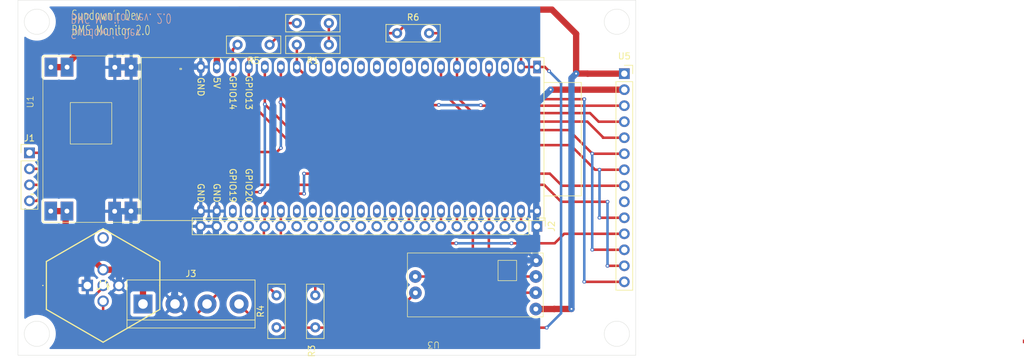
<source format=kicad_pcb>
(kicad_pcb (version 20240108) (generator "pcbnew") (generator_version "8.0")
  (layers (0 "F.Cu" signal) (31 "B.Cu" signal) (34 "B.Paste" user) (35 "F.Paste" user) (36 "B.SilkS" user "B.Silkscreen") (37 "F.SilkS" user "F.Silkscreen") (38 "B.Mask" user) (39 "F.Mask" user) (44 "Edge.Cuts" user))
  (net 0 "")
  (net 1 "CAN_H")
  (net 2 "GND")
  (net 3 "+12V")
  (net 4 "CAN_L")
  (net 5 "LCD_MISO")
  (net 6 "T_CS")
  (net 8 "+3V3")
  (net 10 "+5V")
  (net 11 "RST")
  (net 13 "MTMS")
  (net 14 "LCD_MOSI")
  (net 18 "Backlight")
  (net 19 "LCD_RESET")
  (net 22 "T_IRQ")
  (net 23 "Net-(J2-Pin_2)")
  (net 27 "LCD_CS")
  (net 29 "CAN_TX")
  (net 30 "LCD_CLK")
  (net 31 "MTDI")
  (net 32 "Net-(J2-Pin_3)")
  (net 34 "MTDO")
  (net 37 "LCD_DC{slash}RS")
  (net 38 "CAN_RX")
  (net 41 "SD_CS")
  (net 42 "MTCK")
  (net 47 "BOOT")
  (net 50 "3col_LED")
  (footprint "Private:DC-DC-2365-Module" (layer "F.Cu") (at 109.5756 85.217 90)
    (property "Reference" "U1" (at 5.93 -9.6246 90) (layer "F.SilkS") (effects (font (thickness 0.1))))
    (property "Value" "2365-DC-DC module")
    (fp_rect (start -8.6614 -9.0424) (end -8.8138 -9.525) (stroke (width 0.1)) (fill none) (layer "F.SilkS"))
    (fp_rect (start 5.8166 3.302) (end -0.762 -3.2766) (stroke (width 0.1)) (fill none) (layer "F.SilkS"))
    (fp_rect (start 13.208 7.62) (end -13.1826 -7.62) (stroke (width 0.1)) (fill none) (layer "F.SilkS"))
    (fp_rect (start 11.2522 14.3764) (end 11.049 14.097) (stroke (width 0.1)) (fill none) (layer "F.SilkS"))
    (pad "1" thru_hole custom (at -11.4046 -6.3754 90) (size 3 2) (drill 0.762) (layers "*.Cu" "*.Mask") (net 3 "+12V") (options (clearance outline) (anchor rect)) (primitives))
    (pad "2" thru_hole custom (at -11.4046 -3.81 90) (size 3 2) (drill 0.762) (layers "*.Cu" "*.Mask") (net 3 "+12V") (options (clearance outline) (anchor rect)) (primitives))
    (pad "3" thru_hole custom (at -11.43 3.7592 90) (size 3 2) (drill 0.762) (layers "*.Cu" "*.Mask") (net 2 "GND") (options (clearance outline) (anchor rect)) (primitives))
    (pad "4" thru_hole custom (at -11.4046 6.35 90) (size 3 2) (drill 0.762) (layers "*.Cu" "*.Mask") (net 2 "GND") (options (clearance outline) (anchor rect)) (primitives))
    (pad "5" thru_hole custom (at 11.43 6.3754 90) (size 3 2) (drill 0.762) (layers "*.Cu" "*.Mask") (net 2 "GND") (options (clearance outline) (anchor rect)) (primitives))
    (pad "6" thru_hole custom (at 11.4046 3.7846 90) (size 3 2) (drill 0.762) (layers "*.Cu" "*.Mask") (net 2 "GND") (options (clearance outline) (anchor rect)) (primitives))
    (pad "7" thru_hole custom (at 11.43 -3.7846 90) (size 3 2) (drill 0.762) (layers "*.Cu" "*.Mask") (net 10 "+5V") (options (clearance outline) (anchor rect)) (primitives))
    (pad "8" thru_hole custom (at 11.43 -6.35 90) (size 3 2) (drill 0.762) (layers "*.Cu" "*.Mask") (net 10 "+5V") (options (clearance outline) (anchor rect)) (primitives))
  )
  (footprint "Connector_PinHeader_2.54mm:PinHeader_1x04_P2.54mm_Vertical" (layer "F.Cu") (at 99.822 87.376)
    (property "Reference" "J1" (at 0 -2.33 0) (layer "F.SilkS"))
    (property "Value" "Conn_01x04")
    (fp_line (start -1.33 -1.33) (end 0 -1.33) (stroke (width 0.12)) (layer "F.SilkS"))
    (fp_line (start -1.33 0) (end -1.33 -1.33) (stroke (width 0.12)) (layer "F.SilkS"))
    (fp_line (start -1.33 1.27) (end -1.33 8.95) (stroke (width 0.12)) (layer "F.SilkS"))
    (fp_line (start -1.33 1.27) (end 1.33 1.27) (stroke (width 0.12)) (layer "F.SilkS"))
    (fp_line (start -1.33 8.95) (end 1.33 8.95) (stroke (width 0.12)) (layer "F.SilkS"))
    (fp_line (start 1.33 1.27) (end 1.33 8.95) (stroke (width 0.12)) (layer "F.SilkS"))
    (pad "1" thru_hole rect (at 0 0) (size 1.7 1.7) (drill 1) (layers "*.Cu" "*.Mask") (net 41 "SD_CS"))
    (pad "2" thru_hole oval (at 0 2.54) (size 1.7 1.7) (drill 1) (layers "*.Cu" "*.Mask") (net 14 "LCD_MOSI"))
    (pad "3" thru_hole oval (at 0 5.08) (size 1.7 1.7) (drill 1) (layers "*.Cu" "*.Mask") (net 5 "LCD_MISO"))
    (pad "4" thru_hole oval (at 0 7.62) (size 1.7 1.7) (drill 1) (layers "*.Cu" "*.Mask") (net 30 "LCD_CLK"))
  )
  (footprint "Resistor_THT:R_Box_L8.4mm_W2.5mm_P5.08mm" (layer "F.Cu") (at 147.315 66.802 180)
    (property "Reference" "R2" (hide yes))
    (property "Value" "10K")
    (fp_line (start 6.85 -1.39) (end 6.85 1.39) (stroke (width 0.12)) (layer "F.SilkS"))
    (fp_line (start -1.77 1.39) (end 6.85 1.39) (stroke (width 0.12)) (layer "F.SilkS"))
    (fp_line (start -1.77 -1.39) (end 6.85 -1.39) (stroke (width 0.12)) (layer "F.SilkS"))
    (fp_line (start -1.77 -1.39) (end -1.77 1.39) (stroke (width 0.12)) (layer "F.SilkS"))
    (pad "1" thru_hole circle (at 0 0 180) (size 1.6 1.6) (drill 0.8) (layers "*.Cu" "*.Mask") (net 8 "+3V3"))
    (pad "2" thru_hole circle (at 5.08 0 180) (size 1.6 1.6) (drill 0.8) (layers "*.Cu" "*.Mask") (net 5 "LCD_MISO"))
  )
  (footprint "Connector_PinSocket_2.54mm:PinSocket_1x14_P2.54mm_Vertical" (layer "F.Cu") (at 194.183 74.82)
    (property "Reference" "U5" (at 0 -2.77 0) (layer "F.SilkS"))
    (property "Value" "LCD_3.5_TFT_SPI_480x320")
    (fp_line (start -1.33 1.27) (end -1.33 34.35) (stroke (width 0.12)) (layer "F.SilkS"))
    (fp_line (start -1.33 1.27) (end 1.33 1.27) (stroke (width 0.12)) (layer "F.SilkS"))
    (fp_line (start -1.33 34.35) (end 1.33 34.35) (stroke (width 0.12)) (layer "F.SilkS"))
    (fp_line (start 0 -1.33) (end 1.33 -1.33) (stroke (width 0.12)) (layer "F.SilkS"))
    (fp_line (start 1.33 -1.33) (end 1.33 0) (stroke (width 0.12)) (layer "F.SilkS"))
    (fp_line (start 1.33 1.27) (end 1.33 34.35) (stroke (width 0.12)) (layer "F.SilkS"))
    (pad "1" thru_hole rect (at 0 0) (size 1.7 1.7) (drill 1) (layers "*.Cu" "*.Mask") (net 10 "+5V"))
    (pad "2" thru_hole oval (at 0 2.54) (size 1.7 1.7) (drill 1) (layers "*.Cu" "*.Mask") (net 2 "GND"))
    (pad "3" thru_hole oval (at 0 5.08) (size 1.7 1.7) (drill 1) (layers "*.Cu" "*.Mask") (net 27 "LCD_CS"))
    (pad "4" thru_hole oval (at 0 7.62) (size 1.7 1.7) (drill 1) (layers "*.Cu" "*.Mask") (net 19 "LCD_RESET"))
    (pad "5" thru_hole oval (at 0 10.16) (size 1.7 1.7) (drill 1) (layers "*.Cu" "*.Mask") (net 37 "LCD_DC{slash}RS"))
    (pad "6" thru_hole oval (at 0 12.7) (size 1.7 1.7) (drill 1) (layers "*.Cu" "*.Mask") (net 14 "LCD_MOSI"))
    (pad "7" thru_hole oval (at 0 15.24) (size 1.7 1.7) (drill 1) (layers "*.Cu" "*.Mask") (net 30 "LCD_CLK"))
    (pad "8" thru_hole oval (at 0 17.78) (size 1.7 1.7) (drill 1) (layers "*.Cu" "*.Mask") (net 18 "Backlight"))
    (pad "9" thru_hole oval (at 0 20.32) (size 1.7 1.7) (drill 1) (layers "*.Cu" "*.Mask"))
    (pad "10" thru_hole oval (at 0 22.86) (size 1.7 1.7) (drill 1) (layers "*.Cu" "*.Mask") (net 30 "LCD_CLK"))
    (pad "11" thru_hole oval (at 0 25.4) (size 1.7 1.7) (drill 1) (layers "*.Cu" "*.Mask") (net 6 "T_CS"))
    (pad "12" thru_hole oval (at 0 27.94) (size 1.7 1.7) (drill 1) (layers "*.Cu" "*.Mask") (net 14 "LCD_MOSI"))
    (pad "13" thru_hole oval (at 0 30.48) (size 1.7 1.7) (drill 1) (layers "*.Cu" "*.Mask") (net 5 "LCD_MISO"))
    (pad "14" thru_hole oval (at 0 33.02) (size 1.7 1.7) (drill 1) (layers "*.Cu" "*.Mask") (net 22 "T_IRQ"))
  )
  (footprint "Resistor_THT:R_Box_L8.4mm_W2.5mm_P5.08mm" (layer "F.Cu") (at 158.1404 68.4022)
    (property "Reference" "R6" (at 2.54 -2.52 0) (layer "F.SilkS"))
    (property "Value" "10K")
    (fp_line (start -1.77 -1.39) (end -1.77 1.39) (stroke (width 0.12)) (layer "F.SilkS"))
    (fp_line (start -1.77 -1.39) (end 6.85 -1.39) (stroke (width 0.12)) (layer "F.SilkS"))
    (fp_line (start -1.77 1.39) (end 6.85 1.39) (stroke (width 0.12)) (layer "F.SilkS"))
    (fp_line (start 6.85 -1.39) (end 6.85 1.39) (stroke (width 0.12)) (layer "F.SilkS"))
    (pad "1" thru_hole circle (at 0 0) (size 1.6 1.6) (drill 0.8) (layers "*.Cu" "*.Mask") (net 8 "+3V3"))
    (pad "2" thru_hole circle (at 5.08 0) (size 1.6 1.6) (drill 0.8) (layers "*.Cu" "*.Mask") (net 19 "LCD_RESET"))
  )
  (footprint "Resistor_THT:R_Box_L8.4mm_W2.5mm_P5.08mm" (layer "F.Cu") (at 145.161 115.062 90)
    (property "Reference" "R3" (at -3.7642 -0.5588 90) (layer "F.SilkS"))
    (property "Value" "10K")
    (fp_line (start 6.85 -1.39) (end 6.85 1.39) (stroke (width 0.12)) (layer "F.SilkS"))
    (fp_line (start -1.77 -1.39) (end 6.85 -1.39) (stroke (width 0.12)) (layer "F.SilkS"))
    (fp_line (start -1.77 -1.39) (end -1.77 1.39) (stroke (width 0.12)) (layer "F.SilkS"))
    (fp_line (start -1.77 1.39) (end 6.85 1.39) (stroke (width 0.12)) (layer "F.SilkS"))
    (pad "1" thru_hole circle (at 0 0 90) (size 1.6 1.6) (drill 0.8) (layers "*.Cu" "*.Mask") (net 8 "+3V3"))
    (pad "2" thru_hole circle (at 5.08 0 90) (size 1.6 1.6) (drill 0.8) (layers "*.Cu" "*.Mask") (net 6 "T_CS"))
  )
  (footprint "Connector_PinHeader_2.54mm:PinHeader_1x22_P2.54mm_Vertical" (layer "F.Cu") (at 180.3146 99.0346 -90)
    (property "Reference" "J2" (at 0 -2.33 90) (layer "F.SilkS"))
    (property "Value" "Conn_01x22")
    (fp_line (start -1.33 54.67) (end 1.33 54.67) (stroke (width 0.12)) (layer "F.SilkS"))
    (fp_line (start -1.33 1.27) (end -1.33 54.67) (stroke (width 0.12)) (layer "F.SilkS"))
    (fp_line (start -1.33 1.27) (end 1.33 1.27) (stroke (width 0.12)) (layer "F.SilkS"))
    (fp_line (start 1.33 1.27) (end 1.33 54.67) (stroke (width 0.12)) (layer "F.SilkS"))
    (fp_line (start -1.33 0) (end -1.33 -1.33) (stroke (width 0.12)) (layer "F.SilkS"))
    (fp_line (start -1.33 -1.33) (end 0 -1.33) (stroke (width 0.12)) (layer "F.SilkS"))
    (pad "1" thru_hole rect (at 0 0 270) (size 1.7 1.7) (drill 1) (layers "*.Cu" "*.Mask") (net 2 "GND"))
    (pad "2" thru_hole oval (at 0 2.54 270) (size 1.7 1.7) (drill 1) (layers "*.Cu" "*.Mask") (net 23 "Net-(J2-Pin_2)"))
    (pad "3" thru_hole oval (at 0 5.08 270) (size 1.7 1.7) (drill 1) (layers "*.Cu" "*.Mask") (net 32 "Net-(J2-Pin_3)"))
    (pad "4" thru_hole oval (at 0 7.62 270) (size 1.7 1.7) (drill 1) (layers "*.Cu" "*.Mask") (net 38 "CAN_RX"))
    (pad "5" thru_hole oval (at 0 10.16 270) (size 1.7 1.7) (drill 1) (layers "*.Cu" "*.Mask") (net 29 "CAN_TX"))
    (pad "6" thru_hole oval (at 0 12.7 270) (size 1.7 1.7) (drill 1) (layers "*.Cu" "*.Mask") (net 13 "MTMS"))
    (pad "7" thru_hole oval (at 0 15.24 270) (size 1.7 1.7) (drill 1) (layers "*.Cu" "*.Mask") (net 31 "MTDI"))
    (pad "8" thru_hole oval (at 0 17.78 270) (size 1.7 1.7) (drill 1) (layers "*.Cu" "*.Mask") (net 34 "MTDO"))
    (pad "9" thru_hole oval (at 0 20.32 270) (size 1.7 1.7) (drill 1) (layers "*.Cu" "*.Mask") (net 42 "MTCK"))
    (pad "10" thru_hole oval (at 0 22.86 270) (size 1.7 1.7) (drill 1) (layers "*.Cu" "*.Mask") (net 50 "3col_LED"))
    (pad "11" thru_hole oval (at 0 25.4 270) (size 1.7 1.7) (drill 1) (layers "*.Cu" "*.Mask"))
    (pad "12" thru_hole oval (at 0 27.94 270) (size 1.7 1.7) (drill 1) (layers "*.Cu" "*.Mask"))
    (pad "13" thru_hole oval (at 0 30.48 270) (size 1.7 1.7) (drill 1) (layers "*.Cu" "*.Mask"))
    (pad "14" thru_hole oval (at 0 33.02 270) (size 1.7 1.7) (drill 1) (layers "*.Cu" "*.Mask"))
    (pad "15" thru_hole oval (at 0 35.56 270) (size 1.7 1.7) (drill 1) (layers "*.Cu" "*.Mask"))
    (pad "16" thru_hole oval (at 0 38.1 270) (size 1.7 1.7) (drill 1) (layers "*.Cu" "*.Mask"))
    (pad "17" thru_hole oval (at 0 40.64 270) (size 1.7 1.7) (drill 1) (layers "*.Cu" "*.Mask") (net 6 "T_CS"))
    (pad "18" thru_hole oval (at 0 43.18 270) (size 1.7 1.7) (drill 1) (layers "*.Cu" "*.Mask") (net 18 "Backlight"))
    (pad "19" thru_hole oval (at 0 45.72 270) (size 1.7 1.7) (drill 1) (layers "*.Cu" "*.Mask"))
    (pad "20" thru_hole oval (at 0 48.26 270) (size 1.7 1.7) (drill 1) (layers "*.Cu" "*.Mask"))
    (pad "21" thru_hole oval (at 0 50.8 270) (size 1.7 1.7) (drill 1) (layers "*.Cu" "*.Mask") (net 2 "GND"))
    (pad "22" thru_hole oval (at 0 53.34 270) (size 1.7 1.7) (drill 1) (layers "*.Cu" "*.Mask") (net 2 "GND"))
  )
  (footprint "KiCad:MI5K101400A005" (layer "F.Cu") (at 109.006 108.418 180)
    (property "Reference" "J4" (at -2.5 0 0) (layer "F.SilkS") (effects (font (size 1.27 1.27) (thickness 0.254))))
    (property "Value" "MI5K101-400-A0-05" (hide yes))
    (fp_line (start 7.1 0) (end 7.1 0) (stroke (width 0.1)) (layer "F.SilkS"))
    (fp_line (start 7 0) (end 7 0) (stroke (width 0.1)) (layer "F.SilkS"))
    (fp_line (start 6.5 3.8) (end 6.5 -3.8) (stroke (width 0.2)) (layer "F.SilkS"))
    (fp_line (start 6.5 -3.8) (end -2.5 -9) (stroke (width 0.2)) (layer "F.SilkS"))
    (fp_line (start -2.5 9) (end 6.5 3.8) (stroke (width 0.2)) (layer "F.SilkS"))
    (fp_line (start -2.5 -9) (end -11.5 -3.8) (stroke (width 0.2)) (layer "F.SilkS"))
    (fp_line (start -11.5 3.8) (end -2.5 9) (stroke (width 0.2)) (layer "F.SilkS"))
    (fp_line (start -11.5 0) (end -11.5 3.8) (stroke (width 0.2)) (layer "F.SilkS"))
    (fp_line (start -11.5 -3.8) (end -11.5 0) (stroke (width 0.2)) (layer "F.SilkS"))
    (fp_arc (start 7.1 0) (mid 7.05 0.05) (end 7 0) (stroke (width 0.1)) (layer "F.SilkS"))
    (fp_arc (start 7 0) (mid 7.05 -0.05) (end 7.1 0) (stroke (width 0.1)) (layer "F.SilkS"))
    (pad "1" thru_hole rect (at 0 0 180) (size 1.8 1.8) (drill 1.2) (layers "*.Cu" "*.Mask") (net 2 "GND"))
    (pad "2" thru_hole circle (at -2.5 2.5 180) (size 1.8 1.8) (drill 1.2) (layers "*.Cu" "*.Mask") (net 3 "+12V"))
    (pad "3" thru_hole circle (at -5 0 180) (size 1.8 1.8) (drill 1.2) (layers "*.Cu" "*.Mask") (net 2 "GND"))
    (pad "4" thru_hole circle (at -2.5 -2.5 180) (size 1.8 1.8) (drill 1.2) (layers "*.Cu" "*.Mask") (net 1 "CAN_H"))
    (pad "5" thru_hole circle (at -2.5 0 180) (size 1.8 1.8) (drill 1.2) (layers "*.Cu" "*.Mask") (net 4 "CAN_L"))
    (pad "6" thru_hole circle (at -2.5 7.55 180) (size 1.8 1.8) (drill 1.2) (layers "*.Cu" "*.Mask"))
  )
  (footprint "TerminalBlock:TerminalBlock_bornier-4_P5.08mm" (layer "F.Cu") (at 117.8306 111.3536)
    (property "Reference" "J3" (at 7.6 -4.8 0) (layer "F.SilkS"))
    (property "Value" "Conn_01x04")
    (fp_line (start -2.54 -3.81) (end -2.54 3.81) (stroke (width 0.12)) (layer "F.SilkS"))
    (fp_line (start -2.54 -3.81) (end 17.78 -3.81) (stroke (width 0.12)) (layer "F.SilkS"))
    (fp_line (start -2.54 3.81) (end 17.78 3.81) (stroke (width 0.12)) (layer "F.SilkS"))
    (fp_line (start 17.78 2.54) (end -2.54 2.54) (stroke (width 0.12)) (layer "F.SilkS"))
    (fp_line (start 17.78 3.81) (end 17.78 -3.81) (stroke (width 0.12)) (layer "F.SilkS"))
    (pad "1" thru_hole rect (at 0 0) (size 3 3) (drill 1.52) (layers "*.Cu" "*.Mask") (net 3 "+12V"))
    (pad "2" thru_hole circle (at 5.08 0) (size 3 3) (drill 1.52) (layers "*.Cu" "*.Mask") (net 2 "GND"))
    (pad "3" thru_hole circle (at 10.16 0) (size 3 3) (drill 1.52) (layers "*.Cu" "*.Mask") (net 1 "CAN_H"))
    (pad "4" thru_hole circle (at 15.24 0) (size 3 3) (drill 1.52) (layers "*.Cu" "*.Mask") (net 4 "CAN_L"))
  )
  (footprint "PCM_Espressif:ESP32-S3-DevKitC" (layer "F.Cu") (at 180.34 73.7616 -90)
    (property "Reference" "U2" (hide yes))
    (property "Value" "ESP32-S3-DevKitC" (hide yes))
    (fp_line (start -1.5 62.79728) (end 24.359999 62.79728) (stroke (width 0.12)) (layer "F.SilkS"))
    (fp_line (start 24.359999 62.79728) (end 24.36 -1.1) (stroke (width 0.12)) (layer "F.SilkS"))
    (fp_line (start -1.499999 -1.1) (end -1.5 62.79728) (stroke (width 0.12)) (layer "F.SilkS"))
    (fp_line (start 24.36 -1.1) (end -1.499999 -1.1) (stroke (width 0.12)) (layer "F.SilkS"))
    (fp_line (start 2.46012 -1.12032) (end 2.46012 -7.01312) (stroke (width 0.12)) (layer "F.SilkS"))
    (fp_line (start 2.46012 -7.01312) (end 20.44332 -7.01312) (stroke (width 0.12)) (layer "F.SilkS"))
    (fp_line (start 20.44332 -7.01312) (end 20.44332 -1.12032) (stroke (width 0.12)) (layer "F.SilkS"))
    (fp_text user "GPIO13" (at 1.27 45.72 -90) (layer "F.SilkS") (effects (justify left)))
    (fp_text user "GPIO20" (at 21.59 45.72 -90) (layer "F.SilkS") (effects (justify right)))
    (fp_text user "5V" (at 1.52032 50.79728 -90) (layer "F.SilkS") (effects (justify left)))
    (fp_text user "GND" (at 21.59 53.34 -90) (layer "F.SilkS") (effects (justify right)))
    (fp_text user "GND" (at 21.59 50.8 -90) (layer "F.SilkS") (effects (justify right)))
    (fp_text user "GPIO19" (at 21.59 48.26 -90) (layer "F.SilkS") (effects (justify right)))
    (fp_text user "GPIO14" (at 1.27 48.26 -90) (layer "F.SilkS") (effects (justify left)))
    (fp_text user "GND" (at 1.52032 53.33728 -90) (layer "F.SilkS") (effects (justify left)))
    (pad "1" thru_hole rect (at 0 0 180) (size 1.2 2) (drill 0.8) (layers "*.Cu" "*.Mask") (net 8 "+3V3"))
    (pad "2" thru_hole oval (at 0 2.54 180) (size 1.2 2) (drill 0.8) (layers "*.Cu" "*.Mask") (net 8 "+3V3"))
    (pad "3" thru_hole oval (at 0 5.08 180) (size 1.2 2) (drill 0.8) (layers "*.Cu" "*.Mask") (net 11 "RST"))
    (pad "4" thru_hole oval (at 0 7.62 180) (size 1.2 2) (drill 0.8) (layers "*.Cu" "*.Mask") (net 22 "T_IRQ"))
    (pad "5" thru_hole oval (at 0 10.16 180) (size 1.2 2) (drill 0.8) (layers "*.Cu" "*.Mask"))
    (pad "6" thru_hole oval (at 0 12.7 180) (size 1.2 2) (drill 0.8) (layers "*.Cu" "*.Mask") (net 19 "LCD_RESET"))
    (pad "7" thru_hole oval (at 0 15.24 180) (size 1.2 2) (drill 0.8) (layers "*.Cu" "*.Mask") (net 37 "LCD_DC{slash}RS"))
    (pad "8" thru_hole oval (at 0 17.78 180) (size 1.2 2) (drill 0.8) (layers "*.Cu" "*.Mask"))
    (pad "9" thru_hole oval (at 0 20.32 180) (size 1.2 2) (drill 0.8) (layers "*.Cu" "*.Mask"))
    (pad "10" thru_hole oval (at 0 22.86 180) (size 1.2 2) (drill 0.8) (layers "*.Cu" "*.Mask"))
    (pad "11" thru_hole oval (at 0 25.4 180) (size 1.2 2) (drill 0.8) (layers "*.Cu" "*.Mask"))
    (pad "12" thru_hole oval (at 0 27.94 180) (size 1.2 2) (drill 0.8) (layers "*.Cu" "*.Mask"))
    (pad "13" thru_hole oval (at 0 30.48 180) (size 1.2 2) (drill 0.8) (layers "*.Cu" "*.Mask"))
    (pad "14" thru_hole oval (at 0 33.02 180) (size 1.2 2) (drill 0.8) (layers "*.Cu" "*.Mask"))
    (pad "15" thru_hole oval (at 0 35.56 180) (size 1.2 2) (drill 0.8) (layers "*.Cu" "*.Mask"))
    (pad "16" thru_hole oval (at 0 38.1 180) (size 1.2 2) (drill 0.8) (layers "*.Cu" "*.Mask") (net 27 "LCD_CS"))
    (pad "17" thru_hole oval (at 0 40.64 180) (size 1.2 2) (drill 0.8) (layers "*.Cu" "*.Mask") (net 14 "LCD_MOSI"))
    (pad "18" thru_hole oval (at 0 43.18 180) (size 1.2 2) (drill 0.8) (layers "*.Cu" "*.Mask") (net 30 "LCD_CLK"))
    (pad "19" thru_hole oval (at 0 45.72 180) (size 1.2 2) (drill 0.8) (layers "*.Cu" "*.Mask") (net 5 "LCD_MISO"))
    (pad "20" thru_hole oval (at -0.00368 48.25728 180) (size 1.2 2) (drill 0.8) (layers "*.Cu" "*.Mask") (net 41 "SD_CS"))
    (pad "21" thru_hole oval (at -0.00368 50.79728 180) (size 1.2 2) (drill 0.8) (layers "*.Cu" "*.Mask") (net 10 "+5V"))
    (pad "22" thru_hole oval (at -0.00368 53.33728 180) (size 1.2 2) (drill 0.8) (layers "*.Cu" "*.Mask") (net 2 "GND"))
    (pad "23" thru_hole oval (at 22.86 53.34 180) (size 1.2 2) (drill 0.8) (layers "*.Cu" "*.Mask") (net 2 "GND"))
    (pad "24" thru_hole oval (at 22.86 50.8 180) (size 1.2 2) (drill 0.8) (layers "*.Cu" "*.Mask") (net 2 "GND"))
    (pad "25" thru_hole oval (at 22.86 48.26 180) (size 1.2 2) (drill 0.8) (layers "*.Cu" "*.Mask"))
    (pad "26" thru_hole oval (at 22.86 45.72 180) (size 1.2 2) (drill 0.8) (layers "*.Cu" "*.Mask"))
    (pad "27" thru_hole oval (at 22.86 43.18 180) (size 1.2 2) (drill 0.8) (layers "*.Cu" "*.Mask") (net 18 "Backlight"))
    (pad "28" thru_hole oval (at 22.86 40.64 180) (size 1.2 2) (drill 0.8) (layers "*.Cu" "*.Mask") (net 6 "T_CS"))
    (pad "29" thru_hole oval (at 22.86 38.1 180) (size 1.2 2) (drill 0.8) (layers "*.Cu" "*.Mask"))
    (pad "30" thru_hole oval (at 22.86 35.56 180) (size 1.2 2) (drill 0.8) (layers "*.Cu" "*.Mask"))
    (pad "31" thru_hole oval (at 22.86 33.02 180) (size 1.2 2) (drill 0.8) (layers "*.Cu" "*.Mask") (net 47 "BOOT"))
    (pad "32" thru_hole oval (at 22.86 30.48 180) (size 1.2 2) (drill 0.8) (layers "*.Cu" "*.Mask"))
    (pad "33" thru_hole oval (at 22.86 27.94 180) (size 1.2 2) (drill 0.8) (layers "*.Cu" "*.Mask"))
    (pad "34" thru_hole oval (at 22.86 25.4 180) (size 1.2 2) (drill 0.8) (layers "*.Cu" "*.Mask"))
    (pad "35" thru_hole oval (at 22.86 22.86 180) (size 1.2 2) (drill 0.8) (layers "*.Cu" "*.Mask") (net 50 "3col_LED"))
    (pad "36" thru_hole oval (at 22.86 20.32 180) (size 1.2 2) (drill 0.8) (layers "*.Cu" "*.Mask") (net 42 "MTCK"))
    (pad "37" thru_hole oval (at 22.86 17.78 180) (size 1.2 2) (drill 0.8) (layers "*.Cu" "*.Mask") (net 34 "MTDO"))
    (pad "38" thru_hole oval (at 22.86 15.24 180) (size 1.2 2) (drill 0.8) (layers "*.Cu" "*.Mask") (net 31 "MTDI"))
    (pad "39" thru_hole oval (at 22.86 12.7 180) (size 1.2 2) (drill 0.8) (layers "*.Cu" "*.Mask") (net 13 "MTMS"))
    (pad "40" thru_hole oval (at 22.86 10.16 180) (size 1.2 2) (drill 0.8) (layers "*.Cu" "*.Mask") (net 29 "CAN_TX"))
    (pad "41" thru_hole oval (at 22.86 7.62 180) (size 1.2 2) (drill 0.8) (layers "*.Cu" "*.Mask") (net 38 "CAN_RX"))
    (pad "42" thru_hole oval (at 22.86 5.08 180) (size 1.2 2) (drill 0.8) (layers "*.Cu" "*.Mask") (net 32 "Net-(J2-Pin_3)"))
    (pad "43" thru_hole oval (at 22.86 2.54 180) (size 1.2 2) (drill 0.8) (layers "*.Cu" "*.Mask") (net 23 "Net-(J2-Pin_2)"))
    (pad "44" thru_hole oval (at 22.86 0 180) (size 1.2 2) (drill 0.8) (layers "*.Cu" "*.Mask") (net 2 "GND"))
  )
  (footprint "Resistor_THT:R_Box_L8.4mm_W2.5mm_P5.08mm" (layer "F.Cu") (at 147.315 70.231 180)
    (property "Reference" "R1" (at 2.54 -2.52 0) (layer "F.SilkS"))
    (property "Value" "10K")
    (fp_line (start 6.85 -1.39) (end 6.85 1.39) (stroke (width 0.12)) (layer "F.SilkS"))
    (fp_line (start -1.77 1.39) (end 6.85 1.39) (stroke (width 0.12)) (layer "F.SilkS"))
    (fp_line (start -1.77 -1.39) (end 6.85 -1.39) (stroke (width 0.12)) (layer "F.SilkS"))
    (fp_line (start -1.77 -1.39) (end -1.77 1.39) (stroke (width 0.12)) (layer "F.SilkS"))
    (pad "1" thru_hole circle (at 0 0 180) (size 1.6 1.6) (drill 0.8) (layers "*.Cu" "*.Mask") (net 8 "+3V3"))
    (pad "2" thru_hole circle (at 5.08 0 180) (size 1.6 1.6) (drill 0.8) (layers "*.Cu" "*.Mask") (net 27 "LCD_CS"))
  )
  (footprint "Private:CAN_Transceiver_Module" (layer "F.Cu") (at 154.7225 106.9975 180)
    (property "Reference" "U3" (at -9.1969 -10.8335 180) (layer "F.SilkS") (effects (font (thickness 0.1))))
    (property "Value" "TJA1050 Module")
    (fp_rect (start -22.3774 -0.6604) (end -19.431 2.5654) (stroke (width 0.1)) (fill none) (layer "F.SilkS"))
    (fp_rect (start -26.5938 -6.4008) (end -5.0546 3.7338) (stroke (width 0.1)) (fill none) (layer "F.SilkS"))
    (pad "1" thru_hole circle (at -25.4762 2.5146 180) (size 2 2) (drill 0.762) (layers "*.Cu" "*.Mask") (net 2 "GND"))
    (pad "2" thru_hole circle (at -25.4254 0 180) (size 2 2) (drill 0.762) (layers "*.Cu" "*.Mask") (net 38 "CAN_RX"))
    (pad "3" thru_hole circle (at -25.4 -2.5654 180) (size 2 2) (drill 0.762) (layers "*.Cu" "*.Mask") (net 29 "CAN_TX"))
    (pad "4" thru_hole circle (at -25.4254 -5.1562 180) (size 2 2) (drill 0.762) (layers "*.Cu" "*.Mask") (net 10 "+5V"))
    (pad "5" thru_hole circle (at -6.3246 -2.5908 180) (size 2 2) (drill 0.762) (layers "*.Cu" "*.Mask") (net 1 "CAN_H"))
    (pad "6" thru_hole circle (at -6.2992 0 180) (size 2 2) (drill 0.762) (layers "*.Cu" "*.Mask") (net 4 "CAN_L"))
  )
  (footprint "Resistor_THT:R_Box_L8.4mm_W2.5mm_P5.08mm" (layer "F.Cu") (at 139.0142 115.062 90)
    (property "Reference" "R4" (at 2.54 -2.52 90) (layer "F.SilkS"))
    (property "Value" "10K")
    (fp_line (start 6.85 -1.39) (end 6.85 1.39) (stroke (width 0.12)) (layer "F.SilkS"))
    (fp_line (start -1.77 -1.39) (end 6.85 -1.39) (stroke (width 0.12)) (layer "F.SilkS"))
    (fp_line (start -1.77 -1.39) (end -1.77 1.39) (stroke (width 0.12)) (layer "F.SilkS"))
    (fp_line (start -1.77 1.39) (end 6.85 1.39) (stroke (width 0.12)) (layer "F.SilkS"))
    (pad "1" thru_hole circle (at 0 0 90) (size 1.6 1.6) (drill 0.8) (layers "*.Cu" "*.Mask") (net 8 "+3V3"))
    (pad "2" thru_hole circle (at 5.08 0 90) (size 1.6 1.6) (drill 0.8) (layers "*.Cu" "*.Mask") (net 18 "Backlight"))
  )
  (footprint "Resistor_THT:R_Box_L8.4mm_W2.5mm_P5.08mm" (layer "F.Cu") (at 137.917 70.231 180)
    (property "Reference" "R5" (at 2.54 -2.52 0) (layer "F.SilkS"))
    (property "Value" "10K")
    (fp_line (start 6.85 -1.39) (end 6.85 1.39) (stroke (width 0.12)) (layer "F.SilkS"))
    (fp_line (start -1.77 1.39) (end 6.85 1.39) (stroke (width 0.12)) (layer "F.SilkS"))
    (fp_line (start -1.77 -1.39) (end 6.85 -1.39) (stroke (width 0.12)) (layer "F.SilkS"))
    (fp_line (start -1.77 -1.39) (end -1.77 1.39) (stroke (width 0.12)) (layer "F.SilkS"))
    (pad "1" thru_hole circle (at 0 0 180) (size 1.6 1.6) (drill 0.8) (layers "*.Cu" "*.Mask") (net 8 "+3V3"))
    (pad "2" thru_hole circle (at 5.08 0 180) (size 1.6 1.6) (drill 0.8) (layers "*.Cu" "*.Mask") (net 41 "SD_CS"))
  )
  (gr_rect (start 257.5 117) (end 257.5 117.5) (stroke (width 0.2)) (fill none) (layer "F.Cu"))
  (gr_rect (start 98 63.16) (end 196 119.5) (stroke (width 0.05)) (fill none) (layer "Edge.Cuts"))
  (gr_circle (center 101 116.08) (end 103 116.08) (stroke (width 0.05)) (fill none) (layer "Edge.Cuts"))
  (gr_circle (center 193 116.08) (end 195 116.08) (stroke (width 0.05)) (fill none) (layer "Edge.Cuts"))
  (gr_circle (center 101 66.58) (end 103 66.58) (stroke (width 0.05)) (fill none) (layer "Edge.Cuts"))
  (gr_circle (center 193 66.58) (end 195 66.58) (stroke (width 0.05)) (fill none) (layer "Edge.Cuts"))
  (gr_text "Sundown'r Dev\nBMS Monitor rev. 2.0" (at 106.299 65.151 180) (layer "B.SilkS") (effects (font (size 1.5 1) (thickness 0.1)) (justify left bottom mirror)))
  (gr_text "Sundown'r Dev\nBMS Monitor 2.0" (at 106.426 68.834 0) (layer "F.SilkS") (effects (font (size 1.5 1) (thickness 0.1)) (justify left bottom)))
  (segment (start 138.5316 112.522) (end 158.1134 112.522) (width 0.4) (layer "F.Cu") (net 1))
  (segment (start 127.9906 111.3536) (end 128.016 111.3536) (width 0.4) (layer "F.Cu") (net 1))
  (segment (start 127.9906 111.3536) (end 124.5362 114.808) (width 0.4) (layer "F.Cu") (net 1))
  (segment (start 128.016 111.3536) (end 131.1148 108.2548) (width 0.4) (layer "F.Cu") (net 1))
  (segment (start 158.1134 112.522) (end 161.0471 109.5883) (width 0.4) (layer "F.Cu") (net 1))
  (segment (start 131.1148 108.2548) (end 134.2644 108.2548) (width 0.4) (layer "F.Cu") (net 1))
  (segment (start 111.506 112.649) (end 111.506 110.918) (width 0.4) (layer "F.Cu") (net 1))
  (segment (start 124.5362 114.808) (end 113.665 114.808) (width 0.4) (layer "F.Cu") (net 1))
  (segment (start 134.2644 108.2548) (end 138.5316 112.522) (width 0.4) (layer "F.Cu") (net 1))
  (segment (start 113.665 114.808) (end 111.506 112.649) (width 0.4) (layer "F.Cu") (net 1))
  (segment (start 194.183 77.36) (end 182.499 77.36) (width 1) (layer "F.Cu") (net 2))
  (via (at 182.499 77.36) (size 1) (drill 0.3) (layers "F.Cu" "B.Cu") (net 2))
  (segment (start 129.3622 102.616) (end 129.8956 102.616) (width 1) (layer "B.Cu") (net 2))
  (segment (start 180.1876 96.5962) (end 180.1876 101.5746) (width 1) (layer "B.Cu") (net 2))
  (segment (start 114.006 108.418) (end 114.006 103.378) (width 1) (layer "B.Cu") (net 2))
  (segment (start 118.999 73.70984) (end 126.873 73.70984) (width 1) (layer "B.Cu") (net 2))
  (segment (start 129.3876 96.5962) (end 129.413 96.5708) (width 1) (layer "B.Cu") (net 2))
  (segment (start 126.8476 97.917) (end 126.8476 96.5962) (width 1) (layer "B.Cu") (net 2))
  (segment (start 180.213 96.5708) (end 180.1876 96.5962) (width 1) (layer "B.Cu") (net 2))
  (segment (start 126.8476 96.5962) (end 126.873 96.5708) (width 1) (layer "B.Cu") (net 2))
  (segment (start 180.0717 104.4321) (end 159.9311 104.4321) (width 1) (layer "B.Cu") (net 2))
  (segment (start 109.006 104.989) (end 110.617 103.378) (width 1) (layer "B.Cu") (net 2))
  (segment (start 122.9106 102.6414) (end 122.936 102.616) (width 1) (layer "B.Cu") (net 2))
  (segment (start 118.999 96.647) (end 118.999 73.70984) (width 1) (layer "B.Cu") (net 2))
  (segment (start 114.006 97.3182) (end 113.3348 96.647) (width 1) (layer "B.Cu") (net 2))
  (segment (start 180.213 79.646) (end 180.213 96.5708) (width 1) (layer "B.Cu") (net 2))
  (segment (start 117.52484 73.70984) (end 117.42228 73.8124) (width 1) (layer "B.Cu") (net 2))
  (segment (start 129.3876 98.9838) (end 129.3876 102.5906) (width 1) (layer "B.Cu") (net 2))
  (segment (start 126.8476 101.6762) (end 126.8476 98.9838) (width 1) (layer "B.Cu") (net 2))
  (segment (start 180.0717 101.6905) (end 180.0717 104.4321) (width 1) (layer "B.Cu") (net 2))
  (segment (start 126.873 102.616) (end 129.3622 102.616) (width 1) (layer "B.Cu") (net 2))
  (segment (start 125.5776 96.647) (end 118.999 96.647) (width 1) (layer "B.Cu") (net 2))
  (segment (start 129.3876 98.9838) (end 129.3876 96.5962) (width 1) (layer "B.Cu") (net 2))
  (segment (start 126.8476 102.5906) (end 126.873 102.616) (width 1) (layer "B.Cu") (net 2))
  (segment (start 126.8476 101.6762) (end 126.8476 102.5906) (width 1) (layer "B.Cu") (net 2))
  (segment (start 158.115 106.2482) (end 133.5278 106.2482) (width 1) (layer "B.Cu") (net 2))
  (segment (start 117.42228 73.8124) (end 113.3602 73.8124) (width 1) (layer "B.Cu") (net 2))
  (segment (start 182.499 77.36) (end 180.213 79.646) (width 1) (layer "B.Cu") (net 2))
  (segment (start 122.9106 111.3536) (end 122.9106 102.6414) (width 1) (layer "B.Cu") (net 2))
  (segment (start 122.7836 111.3028) (end 122.7836 109.728) (width 1) (layer "B.Cu") (net 2))
  (segment (start 133.1468 105.8672) (end 133.1214 105.8926) (width 1) (layer "B.Cu") (net 2))
  (segment (start 110.617 103.378) (end 114.006 103.378) (width 1) (layer "B.Cu") (net 2))
  (segment (start 180.1876 101.5746) (end 180.0717 101.6905) (width 1) (layer "B.Cu") (net 2))
  (segment (start 118.999 73.70984) (end 118.11 73.70984) (width 1) (layer "B.Cu") (net 2))
  (segment (start 133.5278 106.2482) (end 132.4229 105.1433) (width 1) (layer "B.Cu") (net 2))
  (segment (start 159.9311 104.4321) (end 158.115 106.2482) (width 1) (layer "B.Cu") (net 2))
  (segment (start 114.006 103.378) (end 114.006 97.3182) (width 1) (layer "B.Cu") (net 2))
  (segment (start 109.006 108.418) (end 109.006 104.989) (width 1) (layer "B.Cu") (net 2))
  (segment (start 126.8476 97.917) (end 125.5776 96.647) (width 1) (layer "B.Cu") (net 2))
  (segment (start 129.3876 102.5906) (end 129.3622 102.616) (width 1) (layer "B.Cu") (net 2))
  (segment (start 122.936 102.616) (end 126.873 102.616) (width 1) (layer "B.Cu") (net 2))
  (segment (start 126.8476 98.9838) (end 126.8476 97.917) (width 1) (layer "B.Cu") (net 2))
  (segment (start 129.8956 102.616) (end 132.4229 105.1433) (width 1) (layer "B.Cu") (net 2))
  (segment (start 132.4229 105.1433) (end 133.1468 105.8672) (width 1) (layer "B.Cu") (net 2))
  (segment (start 118.11 73.70984) (end 117.52484 73.70984) (width 1) (layer "B.Cu") (net 2))
  (segment (start 118.999 96.647) (end 113.3348 96.647) (width 1) (layer "B.Cu") (net 2))
  (segment (start 117.221 106.045) (end 117.221 105.918) (width 1) (layer "F.Cu") (net 3))
  (segment (start 111.506 105.918) (end 117.221 105.918) (width 1) (layer "F.Cu") (net 3))
  (segment (start 105.5624 96.6216) (end 103.2002 96.6216) (width 1) (layer "F.Cu") (net 3))
  (segment (start 117.8306 106.6546) (end 117.221 106.045) (width 1) (layer "F.Cu") (net 3))
  (segment (start 111.506 105.918) (end 105.5624 99.9744) (width 1) (layer "F.Cu") (net 3))
  (segment (start 105.5624 99.9744) (end 105.5624 96.6216) (width 1) (layer "F.Cu") (net 3))
  (segment (start 117.8306 106.6546) (end 117.8306 111.3536) (width 1) (layer "F.Cu") (net 3))
  (segment (start 164.0205 106.9975) (end 164.465 107.442) (width 0.4) (layer "F.Cu") (net 4))
  (segment (start 132.5626 115.951) (end 113.411 115.951) (width 0.4) (layer "F.Cu") (net 4))
  (segment (start 164.0078 113.411) (end 135.1026 113.411) (width 0.4) (layer "F.Cu") (net 4))
  (segment (start 113.411 115.951) (end 109.347 111.887) (width 0.4) (layer "F.Cu") (net 4))
  (segment (start 109.347 111.887) (end 109.347 110.871) (width 0.4) (layer "F.Cu") (net 4))
  (segment (start 111.506 108.712) (end 111.506 108.418) (width 0.4) (layer "F.Cu") (net 4))
  (segment (start 135.1026 113.411) (end 133.0706 111.379) (width 0.4) (layer "F.Cu") (net 4))
  (segment (start 109.347 110.871) (end 111.506 108.712) (width 0.4) (layer "F.Cu") (net 4))
  (segment (start 161.0217 106.9975) (end 164.0205 106.9975) (width 0.4) (layer "F.Cu") (net 4))
  (segment (start 135.1026 113.411) (end 132.5626 115.951) (width 0.4) (layer "F.Cu") (net 4))
  (segment (start 133.0706 111.379) (end 133.0706 111.3536) (width 0.4) (layer "F.Cu") (net 4))
  (segment (start 164.465 112.9538) (end 164.0078 113.411) (width 0.4) (layer "F.Cu") (net 4))
  (segment (start 164.465 107.442) (end 164.465 112.9538) (width 0.4) (layer "F.Cu") (net 4))
  (segment (start 134.62 73.7616) (end 134.62 68.199) (width 0.4) (layer "F.Cu") (net 5))
  (segment (start 134.62 79.1972) (end 134.62 73.7616) (width 0.4) (layer "F.Cu") (net 5))
  (segment (start 184.167 95.14) (end 181.483 92.456) (width 0.4) (layer "F.Cu") (net 5))
  (segment (start 181.483 92.456) (end 99.822 92.456) (width 0.4) (layer "F.Cu") (net 5))
  (segment (start 141.3129 92.2401) (end 141.3129 85.8901) (width 0.4) (layer "F.Cu") (net 5))
  (segment (start 136.017 66.802) (end 142.235 66.802) (width 0.4) (layer "F.Cu") (net 5))
  (segment (start 141.3129 85.8901) (end 134.62 79.1972) (width 0.4) (layer "F.Cu") (net 5))
  (segment (start 134.62 68.199) (end 136.017 66.802) (width 0.4) (layer "F.Cu") (net 5))
  (segment (start 191.516 95.14) (end 184.167 95.14) (width 0.4) (layer "F.Cu") (net 5))
  (segment (start 191.516 105.3) (end 194.183 105.3) (width 0.4) (layer "F.Cu") (net 5))
  (via (at 191.516 95.14) (size 0.6) (drill 0.3) (layers "F.Cu" "B.Cu") (net 5))
  (via (at 191.516 105.3) (size 0.6) (drill 0.3) (layers "F.Cu" "B.Cu") (net 5))
  (segment (start 191.516 95.14) (end 191.516 105.3) (width 0.4) (layer "B.Cu") (net 5))
  (segment (start 184.641 100.22) (end 194.183 100.22) (width 0.4) (layer "F.Cu") (net 6))
  (segment (start 183.134 101.727) (end 184.641 100.22) (width 0.4) (layer "F.Cu") (net 6))
  (segment (start 139.7 100.711) (end 139.7 96.6216) (width 0.4) (layer "F.Cu") (net 6))
  (segment (start 140.716 101.727) (end 139.7 100.711) (width 0.4) (layer "F.Cu") (net 6))
  (segment (start 176.276 101.727) (end 183.134 101.727) (width 0.4) (layer "F.Cu") (net 6))
  (segment (start 145.288 101.727) (end 140.716 101.727) (width 0.4) (layer "F.Cu") (net 6))
  (segment (start 145.161 101.854) (end 145.288 101.727) (width 0.4) (layer "F.Cu") (net 6))
  (segment (start 145.161 109.982) (end 145.161 101.854) (width 0.4) (layer "F.Cu") (net 6))
  (segment (start 167.513 101.727) (end 145.288 101.727) (width 0.4) (layer "F.Cu") (net 6))
  (via (at 176.276 101.727) (size 0.6) (drill 0.3) (layers "F.Cu" "B.Cu") (net 6))
  (via (at 167.513 101.727) (size 0.6) (drill 0.3) (layers "F.Cu" "B.Cu") (net 6))
  (segment (start 176.276 101.727) (end 167.513 101.727) (width 0.4) (layer "B.Cu") (net 6))
  (segment (start 139.695 68.453) (end 137.917 70.231) (width 0.4) (layer "F.Cu") (net 8))
  (segment (start 181.864 115.1128) (end 139.065 115.1128) (width 0.4) (layer "F.Cu") (net 8))
  (segment (start 147.315 68.453) (end 147.315 68.199) (width 0.4) (layer "F.Cu") (net 8))
  (segment (start 147.315 70.231) (end 147.315 68.453) (width 0.4) (layer "F.Cu") (net 8))
  (segment (start 182.245 74.422) (end 181.5846 73.7616) (width 0.4) (layer "F.Cu") (net 8))
  (segment (start 177.8 70.4342) (end 173.5328 66.167) (width 0.4) (layer "F.Cu") (net 8))
  (segment (start 177.8 70.4342) (end 177.7746 70.4596) (width 0.4) (layer "F.Cu") (net 8))
  (segment (start 147.315 68.453) (end 139.695 68.453) (width 0.4) (layer "F.Cu") (net 8))
  (segment (start 160.3756 66.167) (end 158.1404 68.4022) (width 0.4) (layer "F.Cu") (net 8))
  (segment (start 180.34 73.7616) (end 177.8 73.7616) (width 0.4) (layer "F.Cu") (net 8))
  (segment (start 173.5328 66.167) (end 160.3756 66.167) (width 0.4) (layer "F.Cu") (net 8))
  (segment (start 139.065 115.1128) (end 139.0142 115.062) (width 0.4) (layer "F.Cu") (net 8))
  (segment (start 177.8 73.7616) (end 177.8 70.5612) (width 0.4) (layer "F.Cu") (net 8))
  (segment (start 147.315 68.199) (end 147.315 66.802) (width 0.4) (layer "F.Cu") (net 8))
  (segment (start 147.5182 68.4022) (end 147.315 68.199) (width 0.4) (layer "F.Cu") (net 8))
  (segment (start 181.5846 73.7616) (end 180.34 73.7616) (width 0.4) (layer "F.Cu") (net 8))
  (segment (start 177.8 70.5612) (end 177.8 70.4342) (width 0.4) (layer "F.Cu") (net 8))
  (segment (start 158.1404 68.4022) (end 147.5182 68.4022) (width 0.4) (layer "F.Cu") (net 8))
  (via (at 181.864 115.1128) (size 0.6) (drill 0.3) (layers "F.Cu" "B.Cu") (net 8))
  (via (at 182.245 74.422) (size 0.6) (drill 0.3) (layers "F.Cu" "B.Cu") (net 8))
  (segment (start 184.15 112.8268) (end 181.864 115.1128) (width 0.4) (layer "B.Cu") (net 8))
  (segment (start 182.245 74.422) (end 184.15 76.327) (width 0.4) (layer "B.Cu") (net 8))
  (segment (start 184.15 76.327) (end 184.15 112.8268) (width 0.4) (layer "B.Cu") (net 8))
  (segment (start 183.0705 112.1537) (end 180.1479 112.1537) (width 1) (layer "F.Cu") (net 10))
  (segment (start 128.0414 69.6976) (end 129.54272 71.19892) (width 1) (layer "F.Cu") (net 10))
  (segment (start 105.791 73.787) (end 103.2256 73.787) (width 1) (layer "F.Cu") (net 10))
  (segment (start 109.3724 69.6976) (end 105.537 73.533) (width 1) (layer "F.Cu") (net 10))
  (segment (start 128.0414 69.6976) (end 109.3724 69.6976) (width 1) (layer "F.Cu") (net 10))
  (segment (start 186.5376 74.803) (end 188.3664 74.803) (width 1) (layer "F.Cu") (net 10))
  (segment (start 185.801 112.141) (end 183.0832 112.141) (width 1) (layer "F.Cu") (net 10))
  (segment (start 188.3834 74.82) (end 194.183 74.82) (width 1) (layer "F.Cu") (net 10))
  (segment (start 188.3664 74.803) (end 188.3834 74.82) (width 1) (layer "F.Cu") (net 10))
  (segment (start 182.6938 64.66) (end 133.079 64.66) (width 1) (layer "F.Cu") (net 10))
  (segment (start 183.0832 112.141) (end 183.0705 112.1537) (width 1) (layer "F.Cu") (net 10))
  (segment (start 186.5376 68.5038) (end 182.6938 64.66) (width 1) (layer "F.Cu") (net 10))
  (segment (start 186.5376 74.803) (end 186.5376 68.5038) (width 1) (layer "F.Cu") (net 10))
  (segment (start 133.079 64.66) (end 128.0414 69.6976) (width 1) (layer "F.Cu") (net 10))
  (segment (start 129.54272 73.75792) (end 129.54272 71.19892) (width 1) (layer "F.Cu") (net 10))
  (via (at 185.801 112.141) (size 1) (drill 0.3) (layers "F.Cu" "B.Cu") (net 10))
  (via (at 186.5376 74.803) (size 1) (drill 0.3) (layers "F.Cu" "B.Cu") (net 10))
  (segment (start 185.801 75.5396) (end 185.801 112.141) (width 1) (layer "B.Cu") (net 10))
  (segment (start 186.5376 74.803) (end 185.801 75.5396) (width 1) (layer "B.Cu") (net 10))
  (segment (start 167.64 99.0092) (end 167.6146 99.0346) (width 0.4) (layer "F.Cu") (net 13))
  (segment (start 167.64 96.6216) (end 167.64 99.0092) (width 0.4) (layer "F.Cu") (net 13))
  (segment (start 189.0903 87.503) (end 189.0903 87.4903) (width 0.4) (layer "F.Cu") (net 14))
  (segment (start 189.0903 87.503) (end 189.1073 87.52) (width 0.4) (layer "F.Cu") (net 14))
  (segment (start 105.918 87.249) (end 103.251 89.916) (width 0.4) (layer "F.Cu") (net 14))
  (segment (start 189.103 102.743) (end 191.3636 102.743) (width 0.4) (layer "F.Cu") (net 14))
  (segment (start 189.1073 87.52) (end 194.183 87.52) (width 0.4) (layer "F.Cu") (net 14))
  (segment (start 191.3636 102.743) (end 191.3806 102.76) (width 0.4) (layer "F.Cu") (net 14))
  (segment (start 185.3692 83.7692) (end 144.0688 83.7692) (width 0.4) (layer "F.Cu") (net 14))
  (segment (start 189.0903 87.4903) (end 185.3692 83.7692) (width 0.4) (layer "F.Cu") (net 14))
  (segment (start 103.251 89.916) (end 99.822 89.916) (width 0.4) (layer "F.Cu") (net 14))
  (segment (start 139.7 86.614) (end 139.065 87.249) (width 0.4) (layer "F.Cu") (net 14))
  (segment (start 139.6492 79.3496) (end 139.7 79.2988) (width 0.4) (layer "F.Cu") (net 14))
  (segment (start 191.3806 102.76) (end 194.183 102.76) (width 0.4) (layer "F.Cu") (net 14))
  (segment (start 139.065 87.249) (end 105.918 87.249) (width 0.4) (layer "F.Cu") (net 14))
  (segment (start 144.0688 83.7692) (end 139.6492 79.3496) (width 0.4) (layer "F.Cu") (net 14))
  (segment (start 139.7 79.2988) (end 139.7 73.7616) (width 0.4) (layer "F.Cu") (net 14))
  (via (at 189.103 102.743) (size 0.6) (drill 0.3) (layers "F.Cu" "B.Cu") (net 14))
  (via (at 139.7 86.614) (size 0.6) (drill 0.3) (layers "F.Cu" "B.Cu") (net 14))
  (via (at 139.6492 79.3496) (size 0.6) (drill 0.3) (layers "F.Cu" "B.Cu") (net 14))
  (via (at 189.0903 87.503) (size 0.6) (drill 0.3) (layers "F.Cu" "B.Cu") (net 14))
  (segment (start 139.7 79.4004) (end 139.6492 79.3496) (width 0.4) (layer "B.Cu") (net 14))
  (segment (start 189.0903 87.503) (end 189.0903 102.7303) (width 0.4) (layer "B.Cu") (net 14))
  (segment (start 189.0903 102.7303) (end 189.103 102.743) (width 0.4) (layer "B.Cu") (net 14))
  (segment (start 139.7 86.614) (end 139.7 79.4004) (width 0.4) (layer "B.Cu") (net 14))
  (segment (start 138.557 93.853) (end 137.16 95.25) (width 0.4) (layer "F.Cu") (net 18))
  (segment (start 137.0076 99.1108) (end 137.0076 107.9246) (width 0.4) (layer "F.Cu") (net 18))
  (segment (start 182.372 90.678) (end 184.294 92.6) (width 0.4) (layer "F.Cu") (net 18))
  (segment (start 137.0838 99.0346) (end 137.0076 99.1108) (width 0.4) (layer "F.Cu") (net 18))
  (segment (start 137.1346 99.0346) (end 137.0838 99.0346) (width 0.4) (layer "F.Cu") (net 18))
  (segment (start 137.1346 99.0346) (end 137.1346 96.647) (width 0.4) (layer "F.Cu") (net 18))
  (segment (start 143.383 90.678) (end 182.372 90.678) (width 0.4) (layer "F.Cu") (net 18))
  (segment (start 143.383 93.853) (end 138.557 93.853) (width 0.4) (layer "F.Cu") (net 18))
  (segment (start 137.16 95.25) (end 137.16 96.6216) (width 0.4) (layer "F.Cu") (net 18))
  (segment (start 184.294 92.6) (end 194.183 92.6) (width 0.4) (layer "F.Cu") (net 18))
  (segment (start 139.0142 109.9312) (end 139.0142 109.982) (width 0.4) (layer "F.Cu") (net 18))
  (segment (start 137.0076 107.9246) (end 139.0142 109.9312) (width 0.4) (layer "F.Cu") (net 18))
  (segment (start 137.1346 96.647) (end 137.16 96.6216) (width 0.4) (layer "F.Cu") (net 18))
  (via (at 143.383 93.853) (size 0.6) (drill 0.3) (layers "F.Cu" "B.Cu") (net 18))
  (via (at 143.383 90.678) (size 0.6) (drill 0.3) (layers "F.Cu" "B.Cu") (net 18))
  (segment (start 143.383 90.678) (end 143.383 93.853) (width 0.4) (layer "B.Cu") (net 18))
  (segment (start 167.64 73.7616) (end 167.64 78.5368) (width 0.4) (layer "F.Cu") (net 19))
  (segment (start 167.64 78.5368) (end 170.18 81.0768) (width 0.4) (layer "F.Cu") (net 19))
  (segment (start 167.64 69.0626) (end 166.9796 68.4022) (width 0.4) (layer "F.Cu") (net 19))
  (segment (start 190.1106 82.44) (end 194.183 82.44) (width 0.4) (layer "F.Cu") (net 19))
  (segment (start 167.64 73.7616) (end 167.64 69.0626) (width 0.4) (layer "F.Cu") (net 19))
  (segment (start 170.18 81.0768) (end 188.7474 81.0768) (width 0.4) (layer "F.Cu") (net 19))
  (segment (start 188.7474 81.0768) (end 190.1106 82.44) (width 0.4) (layer "F.Cu") (net 19))
  (segment (start 166.9796 68.4022) (end 163.2204 68.4022) (width 0.4) (layer "F.Cu") (net 19))
  (segment (start 187.85 107.84) (end 194.183 107.84) (width 0.4) (layer "F.Cu") (net 22))
  (segment (start 187.833 107.823) (end 187.85 107.84) (width 0.4) (layer "F.Cu") (net 22))
  (segment (start 172.72 73.7616) (end 172.72 75.819) (width 0.4) (layer "F.Cu") (net 22))
  (segment (start 175.768 78.867) (end 187.833 78.867) (width 0.4) (layer "F.Cu") (net 22))
  (segment (start 172.72 75.819) (end 175.768 78.867) (width 0.4) (layer "F.Cu") (net 22))
  (via (at 187.833 107.823) (size 0.6) (drill 0.3) (layers "F.Cu" "B.Cu") (net 22))
  (via (at 187.833 78.867) (size 0.6) (drill 0.3) (layers "F.Cu" "B.Cu") (net 22))
  (segment (start 187.833 107.823) (end 187.833 78.867) (width 0.4) (layer "B.Cu") (net 22))
  (segment (start 177.8 96.6216) (end 177.8 99.0092) (width 0.4) (layer "F.Cu") (net 23))
  (segment (start 177.8 99.0092) (end 177.7746 99.0346) (width 0.2) (layer "F.Cu") (net 23))
  (segment (start 194.183 79.9) (end 171.5686 79.9) (width 0.4) (layer "F.Cu") (net 27))
  (segment (start 142.24 73.7616) (end 148.2852 79.8068) (width 0.4) (layer "F.Cu") (net 27))
  (segment (start 142.24 70.236) (end 142.235 70.231) (width 0.4) (layer "F.Cu") (net 27))
  (segment (start 148.2852 79.8068) (end 164.8714 79.8068) (width 0.4) (layer "F.Cu") (net 27))
  (segment (start 171.5686 79.9) (end 171.5262 79.8576) (width 0.4) (layer "F.Cu") (net 27))
  (segment (start 142.24 73.7616) (end 142.24 70.236) (width 0.4) (layer "F.Cu") (net 27))
  (via (at 171.3992 79.8068) (size 0.6) (drill 0.3) (layers "F.Cu" "B.Cu") (net 27))
  (via (at 164.7698 79.7814) (size 0.6) (drill 0.3) (layers "F.Cu" "B.Cu") (net 27))
  (segment (start 171.3992 79.8068) (end 164.7952 79.8068) (width 0.4) (layer "B.Cu") (net 27))
  (segment (start 164.7952 79.8068) (end 164.7698 79.7814) (width 0.4) (layer "B.Cu") (net 27))
  (segment (start 170.18 99.0092) (end 170.1546 99.0346) (width 0.4) (layer "F.Cu") (net 29))
  (segment (start 170.18 96.6216) (end 170.18 99.0092) (width 0.4) (layer "F.Cu") (net 29))
  (segment (start 176.0093 109.5629) (end 180.1225 109.5629) (width 0.4) (layer "F.Cu") (net 29))
  (segment (start 170.1546 103.7082) (end 176.0093 109.5629) (width 0.4) (layer "F.Cu") (net 29))
  (segment (start 170.1546 99.0346) (end 170.1546 103.7082) (width 0.4) (layer "F.Cu") (net 29))
  (segment (start 190.263 97.68) (end 194.183 97.68) (width 0.4) (layer "F.Cu") (net 30))
  (segment (start 137.16 79.6798) (end 137.16 73.7616) (width 0.4) (layer "F.Cu") (net 30))
  (segment (start 185.6486 86.1568) (end 143.637 86.1568) (width 0.4) (layer "F.Cu") (net 30))
  (segment (start 102.362 93.599) (end 100.965 94.996) (width 0.4) (layer "F.Cu") (net 30))
  (segment (start 190.246 90.06) (end 194.183 90.06) (width 0.4) (layer "F.Cu") (net 30))
  (segment (start 143.637 86.1568) (end 137.16 79.6798) (width 0.4) (layer "F.Cu") (net 30))
  (segment (start 190.246 90.06) (end 189.5518 90.06) (width 0.4) (layer "F.Cu") (net 30))
  (segment (start 100.965 94.996) (end 99.822 94.996) (width 0.4) (layer "F.Cu") (net 30))
  (segment (start 189.5518 90.06) (end 185.6486 86.1568) (width 0.4) (layer "F.Cu") (net 30))
  (segment (start 136.398 93.599) (end 102.362 93.599) (width 0.4) (layer "F.Cu") (net 30))
  (segment (start 190.246 97.663) (end 190.263 97.68) (width 0.4) (layer "F.Cu") (net 30))
  (via (at 136.398 93.599) (size 0.6) (drill 0.3) (layers "F.Cu" "B.Cu") (net 30))
  (via (at 190.246 90.06) (size 0.6) (drill 0.3) (layers "F.Cu" "B.Cu") (net 30))
  (via (at 137.16 79.6798) (size 0.6) (drill 0.3) (layers "F.Cu" "B.Cu") (net 30))
  (via (at 190.246 97.663) (size 0.6) (drill 0.3) (layers "F.Cu" "B.Cu") (net 30))
  (segment (start 190.246 90.06) (end 190.246 97.663) (width 0.4) (layer "B.Cu") (net 30))
  (segment (start 136.398 93.599) (end 137.16 92.837) (width 0.4) (layer "B.Cu") (net 30))
  (segment (start 137.16 92.837) (end 137.16 79.6798) (width 0.4) (layer "B.Cu") (net 30))
  (segment (start 165.1 96.6216) (end 165.1 99.0092) (width 0.4) (layer "F.Cu") (net 31))
  (segment (start 165.1 99.0092) (end 165.0746 99.0346) (width 0.2) (layer "F.Cu") (net 31))
  (segment (start 175.26 99.0092) (end 175.2346 99.0346) (width 0.2) (layer "F.Cu") (net 32))
  (segment (start 175.26 96.6216) (end 175.26 99.0092) (width 0.4) (layer "F.Cu") (net 32))
  (segment (start 162.56 99.0092) (end 162.5346 99.0346) (width 0.2) (layer "F.Cu") (net 34))
  (segment (start 162.56 96.6216) (end 162.56 99.0092) (width 0.4) (layer "F.Cu") (net 34))
  (segment (start 165.1 77.4954) (end 170.0276 82.423) (width 0.4) (layer "F.Cu") (net 37))
  (segment (start 190.8132 84.98) (end 194.183 84.98) (width 0.4) (layer "F.Cu") (net 37))
  (segment (start 190.8048 84.9884) (end 190.8132 84.98) (width 0.4) (layer "F.Cu") (net 37))
  (segment (start 188.3156 82.423) (end 190.8048 84.9122) (width 0.4) (layer "F.Cu") (net 37))
  (segment (start 190.8048 84.9122) (end 190.8048 84.9884) (width 0.4) (layer "F.Cu") (net 37))
  (segment (start 170.0276 82.423) (end 188.3156 82.423) (width 0.4) (layer "F.Cu") (net 37))
  (segment (start 165.1 73.7616) (end 165.1 77.4954) (width 0.4) (layer "F.Cu") (net 37))
  (segment (start 172.72 99.0092) (end 172.6946 99.0346) (width 0.4) (layer "F.Cu") (net 38))
  (segment (start 172.72 96.6216) (end 172.72 99.0092) (width 0.4) (layer "F.Cu") (net 38))
  (segment (start 172.6946 103.0224) (end 176.6824 107.0102) (width 0.4) (layer "F.Cu") (net 38))
  (segment (start 172.6946 99.0346) (end 172.6946 103.0224) (width 0.4) (layer "F.Cu") (net 38))
  (segment (start 176.6824 107.0102) (end 176.6951 106.9975) (width 0.4) (layer "F.Cu") (net 38))
  (segment (start 176.6951 106.9975) (end 180.1479 106.9975) (width 0.4) (layer "F.Cu") (net 38))
  (segment (start 124.206 77.343) (end 130.683 77.343) (width 0.4) (layer "F.Cu") (net 41))
  (segment (start 106.045 83.439) (end 118.11 83.439) (width 0.4) (layer "F.Cu") (net 41))
  (segment (start 118.11 83.439) (end 124.206 77.343) (width 0.4) (layer "F.Cu") (net 41))
  (segment (start 132.08272 73.75792) (end 132.08272 70.98528) (width 0.4) (layer "F.Cu") (net 41))
  (segment (start 99.822 87.376) (end 102.108 87.376) (width 0.4) (layer "F.Cu") (net 41))
  (segment (start 132.08272 70.98528) (end 132.837 70.231) (width 0.4) (layer "F.Cu") (net 41))
  (segment (start 130.683 77.343) (end 132.08272 75.94328) (width 0.4) (layer "F.Cu") (net 41))
  (segment (start 132.08272 75.94328) (end 132.08272 73.75792) (width 0.4) (layer "F.Cu") (net 41))
  (segment (start 102.108 87.376) (end 106.045 83.439) (width 0.4) (layer "F.Cu") (net 41))
  (segment (start 160.02 96.6216) (end 160.02 99.0092) (width 0.4) (layer "F.Cu") (net 42))
  (segment (start 160.02 99.0092) (end 159.9946 99.0346) (width 0.4) (layer "F.Cu") (net 42))
  (segment (start 157.4546 99.0346) (end 157.4546 96.647) (width 0.4) (layer "F.Cu") (net 50))
  (segment (start 157.4546 96.647) (end 157.48 96.6216) (width 0.2) (layer "F.Cu") (net 50))
  (zone (net 2) (net_name "GND") (layer "B.Cu") (connect_pads (clearance 0.5)) (min_thickness 0.25) (fill yes (thermal_gap 0.5) (thermal_bridge_width 0.5))
    (polygon (pts (xy 180.848 118.745) (xy 98.806 118.745) (xy 98.679 63.754) (xy 180.848 63.754) (xy 180.848 64.135)))
  )
)
</source>
